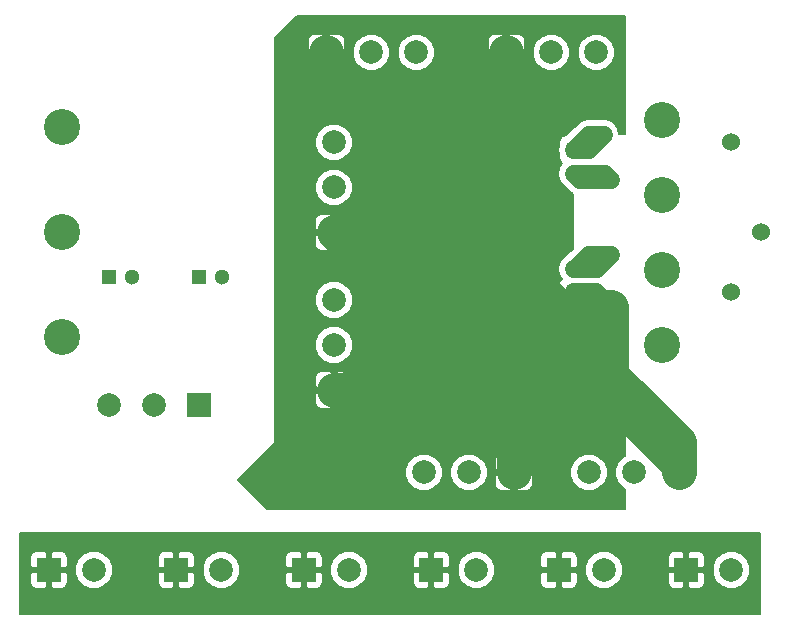
<source format=gbr>
G04 #@! TF.FileFunction,Copper,L3,Inr,Signal*
%FSLAX46Y46*%
G04 Gerber Fmt 4.6, Leading zero omitted, Abs format (unit mm)*
G04 Created by KiCad (PCBNEW (2015-05-27 BZR 5686)-product) date 2015年05月29日 星期五 17时45分10秒*
%MOMM*%
G01*
G04 APERTURE LIST*
%ADD10C,0.100000*%
%ADD11R,1.300000X1.300000*%
%ADD12C,1.300000*%
%ADD13C,2.000000*%
%ADD14R,2.000000X2.000000*%
%ADD15C,1.524000*%
%ADD16C,3.048000*%
%ADD17C,0.600000*%
%ADD18C,1.500000*%
%ADD19C,3.000000*%
%ADD20C,0.152400*%
G04 APERTURE END LIST*
D10*
D11*
X137160000Y-117475000D03*
D12*
X139160000Y-117475000D03*
D11*
X144780000Y-117475000D03*
D12*
X146780000Y-117475000D03*
D11*
X176530000Y-106680000D03*
D12*
X176530000Y-108680000D03*
D11*
X176530000Y-118745000D03*
D12*
X176530000Y-116745000D03*
D13*
X156210000Y-119380000D03*
D14*
X156210000Y-127000000D03*
D13*
X156210000Y-123190000D03*
X163830000Y-133985000D03*
D14*
X171450000Y-133985000D03*
D13*
X167640000Y-133985000D03*
X178435000Y-98425000D03*
D14*
X170815000Y-98425000D03*
D13*
X174625000Y-98425000D03*
X177800000Y-133985000D03*
D14*
X185420000Y-133985000D03*
D13*
X181610000Y-133985000D03*
X156210000Y-106045000D03*
D14*
X156210000Y-113665000D03*
D13*
X156210000Y-109855000D03*
X163195000Y-98425000D03*
D14*
X155575000Y-98425000D03*
D13*
X159385000Y-98425000D03*
X137160000Y-128270000D03*
D14*
X144780000Y-128270000D03*
D13*
X140970000Y-128270000D03*
D14*
X142875000Y-142240000D03*
D13*
X146685000Y-142240000D03*
D14*
X175260000Y-142240000D03*
D13*
X179070000Y-142240000D03*
D14*
X132080000Y-142240000D03*
D13*
X135890000Y-142240000D03*
D14*
X186055000Y-142240000D03*
D13*
X189865000Y-142240000D03*
D14*
X153670000Y-142240000D03*
D13*
X157480000Y-142240000D03*
D14*
X164465000Y-142240000D03*
D13*
X168275000Y-142240000D03*
D15*
X189865000Y-118745000D03*
X192405000Y-113665000D03*
X189865000Y-106045000D03*
D16*
X133223000Y-122555000D03*
X133223000Y-113665000D03*
X133223000Y-104775000D03*
X184023000Y-104140000D03*
X184023000Y-110490000D03*
X184023000Y-116840000D03*
X184023000Y-123190000D03*
D17*
X179070000Y-105410000D03*
X179705000Y-115570000D03*
X179705000Y-109220000D03*
X179705000Y-120015000D03*
D18*
X179070000Y-105410000D02*
X177800000Y-105410000D01*
X177800000Y-105410000D02*
X176530000Y-106680000D01*
X176530000Y-106680000D02*
X177800000Y-106680000D01*
X177800000Y-106680000D02*
X179070000Y-105410000D01*
X176530000Y-108680000D02*
X179165000Y-108680000D01*
X179165000Y-108680000D02*
X179705000Y-109220000D01*
X179705000Y-109220000D02*
X177070000Y-109220000D01*
X177070000Y-109220000D02*
X176530000Y-108680000D01*
X176530000Y-116745000D02*
X176625000Y-116745000D01*
X176625000Y-116745000D02*
X177800000Y-115570000D01*
X177800000Y-115570000D02*
X179705000Y-115570000D01*
X176530000Y-116745000D02*
X178530000Y-116745000D01*
X178530000Y-116745000D02*
X179705000Y-115570000D01*
X179705000Y-120015000D02*
X177800000Y-120015000D01*
X177800000Y-120015000D02*
X176530000Y-118745000D01*
X176530000Y-118745000D02*
X178435000Y-118745000D01*
X178435000Y-118745000D02*
X179705000Y-120015000D01*
D19*
X156210000Y-127000000D02*
X159385000Y-127000000D01*
X159385000Y-127000000D02*
X165735000Y-120650000D01*
X180022500Y-127952500D02*
X175577500Y-123507500D01*
X175577500Y-123507500D02*
X175577500Y-124142500D01*
X175577500Y-124142500D02*
X175895000Y-124460000D01*
X175895000Y-124460000D02*
X175895000Y-123190000D01*
X161925000Y-113665000D02*
X165100000Y-113665000D01*
X165100000Y-113665000D02*
X169545000Y-118110000D01*
X170815000Y-98425000D02*
X170815000Y-99060000D01*
X170815000Y-99060000D02*
X173355000Y-101600000D01*
X173355000Y-101600000D02*
X173355000Y-116840000D01*
X155575000Y-98425000D02*
X155575000Y-100965000D01*
X155575000Y-100965000D02*
X169545000Y-114935000D01*
X169545000Y-114935000D02*
X169545000Y-118110000D01*
X169545000Y-118110000D02*
X169545000Y-118745000D01*
X156210000Y-113665000D02*
X159385000Y-113665000D01*
X159385000Y-113665000D02*
X164465000Y-118745000D01*
X156210000Y-113665000D02*
X161290000Y-118745000D01*
X161290000Y-118745000D02*
X164465000Y-118745000D01*
X164465000Y-118745000D02*
X169545000Y-118745000D01*
X169545000Y-118745000D02*
X170815000Y-117475000D01*
X163830000Y-127000000D02*
X164465000Y-127000000D01*
X164465000Y-127000000D02*
X169545000Y-121920000D01*
X169545000Y-121920000D02*
X169545000Y-123825000D01*
X156210000Y-127000000D02*
X157480000Y-127000000D01*
X157480000Y-127000000D02*
X160020000Y-124460000D01*
X160020000Y-124460000D02*
X164465000Y-124460000D01*
X164465000Y-124460000D02*
X168910000Y-120015000D01*
X185420000Y-133985000D02*
X185420000Y-133350000D01*
X185420000Y-133350000D02*
X180022500Y-127952500D01*
X180022500Y-127952500D02*
X179070000Y-127000000D01*
X179070000Y-127000000D02*
X179070000Y-120015000D01*
X171450000Y-133985000D02*
X171450000Y-127635000D01*
X171450000Y-127635000D02*
X175895000Y-123190000D01*
X175895000Y-123190000D02*
X179070000Y-120015000D01*
X179070000Y-120015000D02*
X179705000Y-120015000D01*
X171450000Y-133985000D02*
X171450000Y-123825000D01*
X171450000Y-123825000D02*
X175260000Y-120015000D01*
X170815000Y-98425000D02*
X170815000Y-117475000D01*
X170815000Y-117475000D02*
X173355000Y-120015000D01*
X173355000Y-120015000D02*
X173990000Y-120015000D01*
X173990000Y-120015000D02*
X173990000Y-119380000D01*
X185420000Y-133985000D02*
X185420000Y-131445000D01*
X185420000Y-131445000D02*
X179705000Y-125730000D01*
X179705000Y-125730000D02*
X179705000Y-120015000D01*
X179705000Y-120015000D02*
X179705000Y-120015000D01*
X171450000Y-133985000D02*
X171450000Y-128270000D01*
X171450000Y-128270000D02*
X179705000Y-120015000D01*
X156210000Y-127000000D02*
X163830000Y-127000000D01*
X163830000Y-127000000D02*
X166370000Y-127000000D01*
X166370000Y-127000000D02*
X169545000Y-123825000D01*
X169545000Y-123825000D02*
X173990000Y-119380000D01*
X173990000Y-119380000D02*
X173355000Y-120015000D01*
X173355000Y-120015000D02*
X174625000Y-120015000D01*
X174625000Y-120015000D02*
X173355000Y-120015000D01*
X156210000Y-113665000D02*
X161925000Y-113665000D01*
X161925000Y-113665000D02*
X162560000Y-113665000D01*
X162560000Y-113665000D02*
X168910000Y-120015000D01*
X168910000Y-120015000D02*
X173355000Y-120015000D01*
X173355000Y-120015000D02*
X175260000Y-120015000D01*
X175260000Y-120015000D02*
X174625000Y-120015000D01*
X155575000Y-98425000D02*
X155575000Y-99060000D01*
X155575000Y-99060000D02*
X173355000Y-116840000D01*
X173355000Y-116840000D02*
X173355000Y-118110000D01*
X179705000Y-120015000D02*
X174625000Y-120015000D01*
X174625000Y-120015000D02*
X175260000Y-120015000D01*
X175260000Y-120015000D02*
X173355000Y-118110000D01*
X173355000Y-118110000D02*
X173355000Y-104775000D01*
X173355000Y-104775000D02*
X170815000Y-102235000D01*
X170815000Y-102235000D02*
X170815000Y-98425000D01*
D20*
G36*
X180898800Y-137083800D02*
X179384474Y-137083800D01*
X179384474Y-133671266D01*
X179143802Y-133088795D01*
X178698549Y-132642764D01*
X178116499Y-132401076D01*
X177486266Y-132400526D01*
X176903795Y-132641198D01*
X176457764Y-133086451D01*
X176352200Y-133340677D01*
X176352200Y-119833150D01*
X176352200Y-118922800D01*
X175441850Y-118922800D01*
X175295800Y-119068850D01*
X175295800Y-119511205D01*
X175384739Y-119725923D01*
X175549078Y-119890261D01*
X175763796Y-119979200D01*
X175996205Y-119979200D01*
X176206150Y-119979200D01*
X176352200Y-119833150D01*
X176352200Y-133340677D01*
X176216076Y-133668501D01*
X176215526Y-134298734D01*
X176456198Y-134881205D01*
X176901451Y-135327236D01*
X177483501Y-135568924D01*
X178113734Y-135569474D01*
X178696205Y-135328802D01*
X179142236Y-134883549D01*
X179383924Y-134301499D01*
X179384474Y-133671266D01*
X179384474Y-137083800D01*
X173034200Y-137083800D01*
X173034200Y-135101204D01*
X173034200Y-134868795D01*
X173034200Y-134308850D01*
X173034200Y-133661150D01*
X173034200Y-133101205D01*
X173034200Y-132868796D01*
X172945261Y-132654078D01*
X172780923Y-132489739D01*
X172566205Y-132400800D01*
X172399200Y-132400800D01*
X172399200Y-99541204D01*
X172399200Y-99308795D01*
X172399200Y-98748850D01*
X172399200Y-98101150D01*
X172399200Y-97541205D01*
X172399200Y-97308796D01*
X172310261Y-97094078D01*
X172145923Y-96929739D01*
X171931205Y-96840800D01*
X171138850Y-96840800D01*
X170992800Y-96986850D01*
X170992800Y-98247200D01*
X172253150Y-98247200D01*
X172399200Y-98101150D01*
X172399200Y-98748850D01*
X172253150Y-98602800D01*
X170992800Y-98602800D01*
X170992800Y-99863150D01*
X171138850Y-100009200D01*
X171931205Y-100009200D01*
X172145923Y-99920261D01*
X172310261Y-99755922D01*
X172399200Y-99541204D01*
X172399200Y-132400800D01*
X171773850Y-132400800D01*
X171627800Y-132546850D01*
X171627800Y-133807200D01*
X172888150Y-133807200D01*
X173034200Y-133661150D01*
X173034200Y-134308850D01*
X172888150Y-134162800D01*
X171627800Y-134162800D01*
X171627800Y-135423150D01*
X171773850Y-135569200D01*
X172566205Y-135569200D01*
X172780923Y-135480261D01*
X172945261Y-135315922D01*
X173034200Y-135101204D01*
X173034200Y-137083800D01*
X171272200Y-137083800D01*
X171272200Y-135423150D01*
X171272200Y-134162800D01*
X171272200Y-133807200D01*
X171272200Y-132546850D01*
X171126150Y-132400800D01*
X170637200Y-132400800D01*
X170637200Y-99863150D01*
X170637200Y-98602800D01*
X170637200Y-98247200D01*
X170637200Y-96986850D01*
X170491150Y-96840800D01*
X169698795Y-96840800D01*
X169484077Y-96929739D01*
X169319739Y-97094078D01*
X169230800Y-97308796D01*
X169230800Y-97541205D01*
X169230800Y-98101150D01*
X169376850Y-98247200D01*
X170637200Y-98247200D01*
X170637200Y-98602800D01*
X169376850Y-98602800D01*
X169230800Y-98748850D01*
X169230800Y-99308795D01*
X169230800Y-99541204D01*
X169319739Y-99755922D01*
X169484077Y-99920261D01*
X169698795Y-100009200D01*
X170491150Y-100009200D01*
X170637200Y-99863150D01*
X170637200Y-132400800D01*
X170333795Y-132400800D01*
X170119077Y-132489739D01*
X169954739Y-132654078D01*
X169865800Y-132868796D01*
X169865800Y-133101205D01*
X169865800Y-133661150D01*
X170011850Y-133807200D01*
X171272200Y-133807200D01*
X171272200Y-134162800D01*
X170011850Y-134162800D01*
X169865800Y-134308850D01*
X169865800Y-134868795D01*
X169865800Y-135101204D01*
X169954739Y-135315922D01*
X170119077Y-135480261D01*
X170333795Y-135569200D01*
X171126150Y-135569200D01*
X171272200Y-135423150D01*
X171272200Y-137083800D01*
X169224474Y-137083800D01*
X169224474Y-133671266D01*
X168983802Y-133088795D01*
X168538549Y-132642764D01*
X167956499Y-132401076D01*
X167326266Y-132400526D01*
X166743795Y-132641198D01*
X166297764Y-133086451D01*
X166056076Y-133668501D01*
X166055526Y-134298734D01*
X166296198Y-134881205D01*
X166741451Y-135327236D01*
X167323501Y-135568924D01*
X167953734Y-135569474D01*
X168536205Y-135328802D01*
X168982236Y-134883549D01*
X169223924Y-134301499D01*
X169224474Y-133671266D01*
X169224474Y-137083800D01*
X165414474Y-137083800D01*
X165414474Y-133671266D01*
X165173802Y-133088795D01*
X164779474Y-132693777D01*
X164779474Y-98111266D01*
X164538802Y-97528795D01*
X164093549Y-97082764D01*
X163511499Y-96841076D01*
X162881266Y-96840526D01*
X162298795Y-97081198D01*
X161852764Y-97526451D01*
X161611076Y-98108501D01*
X161610526Y-98738734D01*
X161851198Y-99321205D01*
X162296451Y-99767236D01*
X162878501Y-100008924D01*
X163508734Y-100009474D01*
X164091205Y-99768802D01*
X164537236Y-99323549D01*
X164778924Y-98741499D01*
X164779474Y-98111266D01*
X164779474Y-132693777D01*
X164728549Y-132642764D01*
X164146499Y-132401076D01*
X163516266Y-132400526D01*
X162933795Y-132641198D01*
X162487764Y-133086451D01*
X162246076Y-133668501D01*
X162245526Y-134298734D01*
X162486198Y-134881205D01*
X162931451Y-135327236D01*
X163513501Y-135568924D01*
X164143734Y-135569474D01*
X164726205Y-135328802D01*
X165172236Y-134883549D01*
X165413924Y-134301499D01*
X165414474Y-133671266D01*
X165414474Y-137083800D01*
X160969474Y-137083800D01*
X160969474Y-98111266D01*
X160728802Y-97528795D01*
X160283549Y-97082764D01*
X159701499Y-96841076D01*
X159071266Y-96840526D01*
X158488795Y-97081198D01*
X158042764Y-97526451D01*
X157801076Y-98108501D01*
X157800526Y-98738734D01*
X158041198Y-99321205D01*
X158486451Y-99767236D01*
X159068501Y-100008924D01*
X159698734Y-100009474D01*
X160281205Y-99768802D01*
X160727236Y-99323549D01*
X160968924Y-98741499D01*
X160969474Y-98111266D01*
X160969474Y-137083800D01*
X157794474Y-137083800D01*
X157794474Y-122876266D01*
X157794474Y-119066266D01*
X157794474Y-109541266D01*
X157794474Y-105731266D01*
X157553802Y-105148795D01*
X157159200Y-104753503D01*
X157159200Y-99541204D01*
X157159200Y-99308795D01*
X157159200Y-98748850D01*
X157159200Y-98101150D01*
X157159200Y-97541205D01*
X157159200Y-97308796D01*
X157070261Y-97094078D01*
X156905923Y-96929739D01*
X156691205Y-96840800D01*
X155898850Y-96840800D01*
X155752800Y-96986850D01*
X155752800Y-98247200D01*
X157013150Y-98247200D01*
X157159200Y-98101150D01*
X157159200Y-98748850D01*
X157013150Y-98602800D01*
X155752800Y-98602800D01*
X155752800Y-99863150D01*
X155898850Y-100009200D01*
X156691205Y-100009200D01*
X156905923Y-99920261D01*
X157070261Y-99755922D01*
X157159200Y-99541204D01*
X157159200Y-104753503D01*
X157108549Y-104702764D01*
X156526499Y-104461076D01*
X155896266Y-104460526D01*
X155397200Y-104666735D01*
X155397200Y-99863150D01*
X155397200Y-98602800D01*
X155397200Y-98247200D01*
X155397200Y-96986850D01*
X155251150Y-96840800D01*
X154458795Y-96840800D01*
X154244077Y-96929739D01*
X154079739Y-97094078D01*
X153990800Y-97308796D01*
X153990800Y-97541205D01*
X153990800Y-98101150D01*
X154136850Y-98247200D01*
X155397200Y-98247200D01*
X155397200Y-98602800D01*
X154136850Y-98602800D01*
X153990800Y-98748850D01*
X153990800Y-99308795D01*
X153990800Y-99541204D01*
X154079739Y-99755922D01*
X154244077Y-99920261D01*
X154458795Y-100009200D01*
X155251150Y-100009200D01*
X155397200Y-99863150D01*
X155397200Y-104666735D01*
X155313795Y-104701198D01*
X154867764Y-105146451D01*
X154626076Y-105728501D01*
X154625526Y-106358734D01*
X154866198Y-106941205D01*
X155311451Y-107387236D01*
X155893501Y-107628924D01*
X156523734Y-107629474D01*
X157106205Y-107388802D01*
X157552236Y-106943549D01*
X157793924Y-106361499D01*
X157794474Y-105731266D01*
X157794474Y-109541266D01*
X157553802Y-108958795D01*
X157108549Y-108512764D01*
X156526499Y-108271076D01*
X155896266Y-108270526D01*
X155313795Y-108511198D01*
X154867764Y-108956451D01*
X154626076Y-109538501D01*
X154625526Y-110168734D01*
X154866198Y-110751205D01*
X155311451Y-111197236D01*
X155893501Y-111438924D01*
X156523734Y-111439474D01*
X157106205Y-111198802D01*
X157552236Y-110753549D01*
X157793924Y-110171499D01*
X157794474Y-109541266D01*
X157794474Y-119066266D01*
X157794200Y-119065602D01*
X157794200Y-114781205D01*
X157794200Y-113988850D01*
X157794200Y-113341150D01*
X157794200Y-112548795D01*
X157705261Y-112334077D01*
X157540922Y-112169739D01*
X157326204Y-112080800D01*
X157093795Y-112080800D01*
X156533850Y-112080800D01*
X156387800Y-112226850D01*
X156387800Y-113487200D01*
X157648150Y-113487200D01*
X157794200Y-113341150D01*
X157794200Y-113988850D01*
X157648150Y-113842800D01*
X156387800Y-113842800D01*
X156387800Y-115103150D01*
X156533850Y-115249200D01*
X157093795Y-115249200D01*
X157326204Y-115249200D01*
X157540922Y-115160261D01*
X157705261Y-114995923D01*
X157794200Y-114781205D01*
X157794200Y-119065602D01*
X157553802Y-118483795D01*
X157108549Y-118037764D01*
X156526499Y-117796076D01*
X156032200Y-117795644D01*
X156032200Y-115103150D01*
X156032200Y-113842800D01*
X156032200Y-113487200D01*
X156032200Y-112226850D01*
X155886150Y-112080800D01*
X155326205Y-112080800D01*
X155093796Y-112080800D01*
X154879078Y-112169739D01*
X154714739Y-112334077D01*
X154625800Y-112548795D01*
X154625800Y-113341150D01*
X154771850Y-113487200D01*
X156032200Y-113487200D01*
X156032200Y-113842800D01*
X154771850Y-113842800D01*
X154625800Y-113988850D01*
X154625800Y-114781205D01*
X154714739Y-114995923D01*
X154879078Y-115160261D01*
X155093796Y-115249200D01*
X155326205Y-115249200D01*
X155886150Y-115249200D01*
X156032200Y-115103150D01*
X156032200Y-117795644D01*
X155896266Y-117795526D01*
X155313795Y-118036198D01*
X154867764Y-118481451D01*
X154626076Y-119063501D01*
X154625526Y-119693734D01*
X154866198Y-120276205D01*
X155311451Y-120722236D01*
X155893501Y-120963924D01*
X156523734Y-120964474D01*
X157106205Y-120723802D01*
X157552236Y-120278549D01*
X157793924Y-119696499D01*
X157794474Y-119066266D01*
X157794474Y-122876266D01*
X157553802Y-122293795D01*
X157108549Y-121847764D01*
X156526499Y-121606076D01*
X155896266Y-121605526D01*
X155313795Y-121846198D01*
X154867764Y-122291451D01*
X154626076Y-122873501D01*
X154625526Y-123503734D01*
X154866198Y-124086205D01*
X155311451Y-124532236D01*
X155893501Y-124773924D01*
X156523734Y-124774474D01*
X157106205Y-124533802D01*
X157552236Y-124088549D01*
X157793924Y-123506499D01*
X157794474Y-122876266D01*
X157794474Y-137083800D01*
X157794200Y-137083800D01*
X157794200Y-128116205D01*
X157794200Y-127323850D01*
X157794200Y-126676150D01*
X157794200Y-125883795D01*
X157705261Y-125669077D01*
X157540922Y-125504739D01*
X157326204Y-125415800D01*
X157093795Y-125415800D01*
X156533850Y-125415800D01*
X156387800Y-125561850D01*
X156387800Y-126822200D01*
X157648150Y-126822200D01*
X157794200Y-126676150D01*
X157794200Y-127323850D01*
X157648150Y-127177800D01*
X156387800Y-127177800D01*
X156387800Y-128438150D01*
X156533850Y-128584200D01*
X157093795Y-128584200D01*
X157326204Y-128584200D01*
X157540922Y-128495261D01*
X157705261Y-128330923D01*
X157794200Y-128116205D01*
X157794200Y-137083800D01*
X156032200Y-137083800D01*
X156032200Y-128438150D01*
X156032200Y-127177800D01*
X156032200Y-126822200D01*
X156032200Y-125561850D01*
X155886150Y-125415800D01*
X155326205Y-125415800D01*
X155093796Y-125415800D01*
X154879078Y-125504739D01*
X154714739Y-125669077D01*
X154625800Y-125883795D01*
X154625800Y-126676150D01*
X154771850Y-126822200D01*
X156032200Y-126822200D01*
X156032200Y-127177800D01*
X154771850Y-127177800D01*
X154625800Y-127323850D01*
X154625800Y-128116205D01*
X154714739Y-128330923D01*
X154879078Y-128495261D01*
X155093796Y-128584200D01*
X155326205Y-128584200D01*
X155886150Y-128584200D01*
X156032200Y-128438150D01*
X156032200Y-137083800D01*
X150526563Y-137083800D01*
X148062763Y-134620000D01*
X151206200Y-131476563D01*
X151206200Y-97186563D01*
X153066563Y-95326200D01*
X180898800Y-95326200D01*
X180898800Y-105333800D01*
X180389042Y-105333800D01*
X180302640Y-104899424D01*
X180019474Y-104475635D01*
X180019474Y-98111266D01*
X179778802Y-97528795D01*
X179333549Y-97082764D01*
X178751499Y-96841076D01*
X178121266Y-96840526D01*
X177538795Y-97081198D01*
X177092764Y-97526451D01*
X176851076Y-98108501D01*
X176850526Y-98738734D01*
X177091198Y-99321205D01*
X177536451Y-99767236D01*
X178118501Y-100008924D01*
X178748734Y-100009474D01*
X179331205Y-99768802D01*
X179777236Y-99323549D01*
X180018924Y-98741499D01*
X180019474Y-98111266D01*
X180019474Y-104475635D01*
X180013422Y-104466578D01*
X179580576Y-104177360D01*
X179070000Y-104075800D01*
X177800000Y-104075800D01*
X177289423Y-104177360D01*
X176856578Y-104466578D01*
X176209474Y-105113682D01*
X176209474Y-98111266D01*
X175968802Y-97528795D01*
X175523549Y-97082764D01*
X174941499Y-96841076D01*
X174311266Y-96840526D01*
X173728795Y-97081198D01*
X173282764Y-97526451D01*
X173041076Y-98108501D01*
X173040526Y-98738734D01*
X173281198Y-99321205D01*
X173726451Y-99767236D01*
X174308501Y-100008924D01*
X174938734Y-100009474D01*
X175521205Y-99768802D01*
X175967236Y-99323549D01*
X176208924Y-98741499D01*
X176209474Y-98111266D01*
X176209474Y-105113682D01*
X175888801Y-105434355D01*
X175880000Y-105434355D01*
X175657247Y-105477574D01*
X175461467Y-105606180D01*
X175330414Y-105800331D01*
X175284355Y-106030000D01*
X175284355Y-106234804D01*
X175195800Y-106680000D01*
X175284355Y-107125195D01*
X175284355Y-107330000D01*
X175327574Y-107552753D01*
X175456180Y-107748533D01*
X175540541Y-107805477D01*
X175297360Y-108169424D01*
X175195800Y-108680000D01*
X175297360Y-109190576D01*
X175586578Y-109623422D01*
X176126578Y-110163422D01*
X176453800Y-110382064D01*
X176453800Y-115029356D01*
X175872875Y-115610280D01*
X175586578Y-115801578D01*
X175297360Y-116234424D01*
X175195800Y-116745000D01*
X175297360Y-117255576D01*
X175536036Y-117612780D01*
X175384739Y-117764077D01*
X175295800Y-117978795D01*
X175295800Y-118421150D01*
X175441850Y-118567200D01*
X176352200Y-118567200D01*
X176352200Y-118547200D01*
X176453800Y-118547200D01*
X176453800Y-118776563D01*
X176707800Y-119030563D01*
X176707800Y-119833150D01*
X176853850Y-119979200D01*
X177063795Y-119979200D01*
X177296204Y-119979200D01*
X177510922Y-119890261D01*
X177539210Y-119861973D01*
X177768437Y-120091200D01*
X180898800Y-120091200D01*
X180898800Y-132564755D01*
X180713795Y-132641198D01*
X180267764Y-133086451D01*
X180026076Y-133668501D01*
X180025526Y-134298734D01*
X180266198Y-134881205D01*
X180711451Y-135327236D01*
X180898800Y-135405030D01*
X180898800Y-137083800D01*
X180898800Y-137083800D01*
G37*
X180898800Y-137083800D02*
X179384474Y-137083800D01*
X179384474Y-133671266D01*
X179143802Y-133088795D01*
X178698549Y-132642764D01*
X178116499Y-132401076D01*
X177486266Y-132400526D01*
X176903795Y-132641198D01*
X176457764Y-133086451D01*
X176352200Y-133340677D01*
X176352200Y-119833150D01*
X176352200Y-118922800D01*
X175441850Y-118922800D01*
X175295800Y-119068850D01*
X175295800Y-119511205D01*
X175384739Y-119725923D01*
X175549078Y-119890261D01*
X175763796Y-119979200D01*
X175996205Y-119979200D01*
X176206150Y-119979200D01*
X176352200Y-119833150D01*
X176352200Y-133340677D01*
X176216076Y-133668501D01*
X176215526Y-134298734D01*
X176456198Y-134881205D01*
X176901451Y-135327236D01*
X177483501Y-135568924D01*
X178113734Y-135569474D01*
X178696205Y-135328802D01*
X179142236Y-134883549D01*
X179383924Y-134301499D01*
X179384474Y-133671266D01*
X179384474Y-137083800D01*
X173034200Y-137083800D01*
X173034200Y-135101204D01*
X173034200Y-134868795D01*
X173034200Y-134308850D01*
X173034200Y-133661150D01*
X173034200Y-133101205D01*
X173034200Y-132868796D01*
X172945261Y-132654078D01*
X172780923Y-132489739D01*
X172566205Y-132400800D01*
X172399200Y-132400800D01*
X172399200Y-99541204D01*
X172399200Y-99308795D01*
X172399200Y-98748850D01*
X172399200Y-98101150D01*
X172399200Y-97541205D01*
X172399200Y-97308796D01*
X172310261Y-97094078D01*
X172145923Y-96929739D01*
X171931205Y-96840800D01*
X171138850Y-96840800D01*
X170992800Y-96986850D01*
X170992800Y-98247200D01*
X172253150Y-98247200D01*
X172399200Y-98101150D01*
X172399200Y-98748850D01*
X172253150Y-98602800D01*
X170992800Y-98602800D01*
X170992800Y-99863150D01*
X171138850Y-100009200D01*
X171931205Y-100009200D01*
X172145923Y-99920261D01*
X172310261Y-99755922D01*
X172399200Y-99541204D01*
X172399200Y-132400800D01*
X171773850Y-132400800D01*
X171627800Y-132546850D01*
X171627800Y-133807200D01*
X172888150Y-133807200D01*
X173034200Y-133661150D01*
X173034200Y-134308850D01*
X172888150Y-134162800D01*
X171627800Y-134162800D01*
X171627800Y-135423150D01*
X171773850Y-135569200D01*
X172566205Y-135569200D01*
X172780923Y-135480261D01*
X172945261Y-135315922D01*
X173034200Y-135101204D01*
X173034200Y-137083800D01*
X171272200Y-137083800D01*
X171272200Y-135423150D01*
X171272200Y-134162800D01*
X171272200Y-133807200D01*
X171272200Y-132546850D01*
X171126150Y-132400800D01*
X170637200Y-132400800D01*
X170637200Y-99863150D01*
X170637200Y-98602800D01*
X170637200Y-98247200D01*
X170637200Y-96986850D01*
X170491150Y-96840800D01*
X169698795Y-96840800D01*
X169484077Y-96929739D01*
X169319739Y-97094078D01*
X169230800Y-97308796D01*
X169230800Y-97541205D01*
X169230800Y-98101150D01*
X169376850Y-98247200D01*
X170637200Y-98247200D01*
X170637200Y-98602800D01*
X169376850Y-98602800D01*
X169230800Y-98748850D01*
X169230800Y-99308795D01*
X169230800Y-99541204D01*
X169319739Y-99755922D01*
X169484077Y-99920261D01*
X169698795Y-100009200D01*
X170491150Y-100009200D01*
X170637200Y-99863150D01*
X170637200Y-132400800D01*
X170333795Y-132400800D01*
X170119077Y-132489739D01*
X169954739Y-132654078D01*
X169865800Y-132868796D01*
X169865800Y-133101205D01*
X169865800Y-133661150D01*
X170011850Y-133807200D01*
X171272200Y-133807200D01*
X171272200Y-134162800D01*
X170011850Y-134162800D01*
X169865800Y-134308850D01*
X169865800Y-134868795D01*
X169865800Y-135101204D01*
X169954739Y-135315922D01*
X170119077Y-135480261D01*
X170333795Y-135569200D01*
X171126150Y-135569200D01*
X171272200Y-135423150D01*
X171272200Y-137083800D01*
X169224474Y-137083800D01*
X169224474Y-133671266D01*
X168983802Y-133088795D01*
X168538549Y-132642764D01*
X167956499Y-132401076D01*
X167326266Y-132400526D01*
X166743795Y-132641198D01*
X166297764Y-133086451D01*
X166056076Y-133668501D01*
X166055526Y-134298734D01*
X166296198Y-134881205D01*
X166741451Y-135327236D01*
X167323501Y-135568924D01*
X167953734Y-135569474D01*
X168536205Y-135328802D01*
X168982236Y-134883549D01*
X169223924Y-134301499D01*
X169224474Y-133671266D01*
X169224474Y-137083800D01*
X165414474Y-137083800D01*
X165414474Y-133671266D01*
X165173802Y-133088795D01*
X164779474Y-132693777D01*
X164779474Y-98111266D01*
X164538802Y-97528795D01*
X164093549Y-97082764D01*
X163511499Y-96841076D01*
X162881266Y-96840526D01*
X162298795Y-97081198D01*
X161852764Y-97526451D01*
X161611076Y-98108501D01*
X161610526Y-98738734D01*
X161851198Y-99321205D01*
X162296451Y-99767236D01*
X162878501Y-100008924D01*
X163508734Y-100009474D01*
X164091205Y-99768802D01*
X164537236Y-99323549D01*
X164778924Y-98741499D01*
X164779474Y-98111266D01*
X164779474Y-132693777D01*
X164728549Y-132642764D01*
X164146499Y-132401076D01*
X163516266Y-132400526D01*
X162933795Y-132641198D01*
X162487764Y-133086451D01*
X162246076Y-133668501D01*
X162245526Y-134298734D01*
X162486198Y-134881205D01*
X162931451Y-135327236D01*
X163513501Y-135568924D01*
X164143734Y-135569474D01*
X164726205Y-135328802D01*
X165172236Y-134883549D01*
X165413924Y-134301499D01*
X165414474Y-133671266D01*
X165414474Y-137083800D01*
X160969474Y-137083800D01*
X160969474Y-98111266D01*
X160728802Y-97528795D01*
X160283549Y-97082764D01*
X159701499Y-96841076D01*
X159071266Y-96840526D01*
X158488795Y-97081198D01*
X158042764Y-97526451D01*
X157801076Y-98108501D01*
X157800526Y-98738734D01*
X158041198Y-99321205D01*
X158486451Y-99767236D01*
X159068501Y-100008924D01*
X159698734Y-100009474D01*
X160281205Y-99768802D01*
X160727236Y-99323549D01*
X160968924Y-98741499D01*
X160969474Y-98111266D01*
X160969474Y-137083800D01*
X157794474Y-137083800D01*
X157794474Y-122876266D01*
X157794474Y-119066266D01*
X157794474Y-109541266D01*
X157794474Y-105731266D01*
X157553802Y-105148795D01*
X157159200Y-104753503D01*
X157159200Y-99541204D01*
X157159200Y-99308795D01*
X157159200Y-98748850D01*
X157159200Y-98101150D01*
X157159200Y-97541205D01*
X157159200Y-97308796D01*
X157070261Y-97094078D01*
X156905923Y-96929739D01*
X156691205Y-96840800D01*
X155898850Y-96840800D01*
X155752800Y-96986850D01*
X155752800Y-98247200D01*
X157013150Y-98247200D01*
X157159200Y-98101150D01*
X157159200Y-98748850D01*
X157013150Y-98602800D01*
X155752800Y-98602800D01*
X155752800Y-99863150D01*
X155898850Y-100009200D01*
X156691205Y-100009200D01*
X156905923Y-99920261D01*
X157070261Y-99755922D01*
X157159200Y-99541204D01*
X157159200Y-104753503D01*
X157108549Y-104702764D01*
X156526499Y-104461076D01*
X155896266Y-104460526D01*
X155397200Y-104666735D01*
X155397200Y-99863150D01*
X155397200Y-98602800D01*
X155397200Y-98247200D01*
X155397200Y-96986850D01*
X155251150Y-96840800D01*
X154458795Y-96840800D01*
X154244077Y-96929739D01*
X154079739Y-97094078D01*
X153990800Y-97308796D01*
X153990800Y-97541205D01*
X153990800Y-98101150D01*
X154136850Y-98247200D01*
X155397200Y-98247200D01*
X155397200Y-98602800D01*
X154136850Y-98602800D01*
X153990800Y-98748850D01*
X153990800Y-99308795D01*
X153990800Y-99541204D01*
X154079739Y-99755922D01*
X154244077Y-99920261D01*
X154458795Y-100009200D01*
X155251150Y-100009200D01*
X155397200Y-99863150D01*
X155397200Y-104666735D01*
X155313795Y-104701198D01*
X154867764Y-105146451D01*
X154626076Y-105728501D01*
X154625526Y-106358734D01*
X154866198Y-106941205D01*
X155311451Y-107387236D01*
X155893501Y-107628924D01*
X156523734Y-107629474D01*
X157106205Y-107388802D01*
X157552236Y-106943549D01*
X157793924Y-106361499D01*
X157794474Y-105731266D01*
X157794474Y-109541266D01*
X157553802Y-108958795D01*
X157108549Y-108512764D01*
X156526499Y-108271076D01*
X155896266Y-108270526D01*
X155313795Y-108511198D01*
X154867764Y-108956451D01*
X154626076Y-109538501D01*
X154625526Y-110168734D01*
X154866198Y-110751205D01*
X155311451Y-111197236D01*
X155893501Y-111438924D01*
X156523734Y-111439474D01*
X157106205Y-111198802D01*
X157552236Y-110753549D01*
X157793924Y-110171499D01*
X157794474Y-109541266D01*
X157794474Y-119066266D01*
X157794200Y-119065602D01*
X157794200Y-114781205D01*
X157794200Y-113988850D01*
X157794200Y-113341150D01*
X157794200Y-112548795D01*
X157705261Y-112334077D01*
X157540922Y-112169739D01*
X157326204Y-112080800D01*
X157093795Y-112080800D01*
X156533850Y-112080800D01*
X156387800Y-112226850D01*
X156387800Y-113487200D01*
X157648150Y-113487200D01*
X157794200Y-113341150D01*
X157794200Y-113988850D01*
X157648150Y-113842800D01*
X156387800Y-113842800D01*
X156387800Y-115103150D01*
X156533850Y-115249200D01*
X157093795Y-115249200D01*
X157326204Y-115249200D01*
X157540922Y-115160261D01*
X157705261Y-114995923D01*
X157794200Y-114781205D01*
X157794200Y-119065602D01*
X157553802Y-118483795D01*
X157108549Y-118037764D01*
X156526499Y-117796076D01*
X156032200Y-117795644D01*
X156032200Y-115103150D01*
X156032200Y-113842800D01*
X156032200Y-113487200D01*
X156032200Y-112226850D01*
X155886150Y-112080800D01*
X155326205Y-112080800D01*
X155093796Y-112080800D01*
X154879078Y-112169739D01*
X154714739Y-112334077D01*
X154625800Y-112548795D01*
X154625800Y-113341150D01*
X154771850Y-113487200D01*
X156032200Y-113487200D01*
X156032200Y-113842800D01*
X154771850Y-113842800D01*
X154625800Y-113988850D01*
X154625800Y-114781205D01*
X154714739Y-114995923D01*
X154879078Y-115160261D01*
X155093796Y-115249200D01*
X155326205Y-115249200D01*
X155886150Y-115249200D01*
X156032200Y-115103150D01*
X156032200Y-117795644D01*
X155896266Y-117795526D01*
X155313795Y-118036198D01*
X154867764Y-118481451D01*
X154626076Y-119063501D01*
X154625526Y-119693734D01*
X154866198Y-120276205D01*
X155311451Y-120722236D01*
X155893501Y-120963924D01*
X156523734Y-120964474D01*
X157106205Y-120723802D01*
X157552236Y-120278549D01*
X157793924Y-119696499D01*
X157794474Y-119066266D01*
X157794474Y-122876266D01*
X157553802Y-122293795D01*
X157108549Y-121847764D01*
X156526499Y-121606076D01*
X155896266Y-121605526D01*
X155313795Y-121846198D01*
X154867764Y-122291451D01*
X154626076Y-122873501D01*
X154625526Y-123503734D01*
X154866198Y-124086205D01*
X155311451Y-124532236D01*
X155893501Y-124773924D01*
X156523734Y-124774474D01*
X157106205Y-124533802D01*
X157552236Y-124088549D01*
X157793924Y-123506499D01*
X157794474Y-122876266D01*
X157794474Y-137083800D01*
X157794200Y-137083800D01*
X157794200Y-128116205D01*
X157794200Y-127323850D01*
X157794200Y-126676150D01*
X157794200Y-125883795D01*
X157705261Y-125669077D01*
X157540922Y-125504739D01*
X157326204Y-125415800D01*
X157093795Y-125415800D01*
X156533850Y-125415800D01*
X156387800Y-125561850D01*
X156387800Y-126822200D01*
X157648150Y-126822200D01*
X157794200Y-126676150D01*
X157794200Y-127323850D01*
X157648150Y-127177800D01*
X156387800Y-127177800D01*
X156387800Y-128438150D01*
X156533850Y-128584200D01*
X157093795Y-128584200D01*
X157326204Y-128584200D01*
X157540922Y-128495261D01*
X157705261Y-128330923D01*
X157794200Y-128116205D01*
X157794200Y-137083800D01*
X156032200Y-137083800D01*
X156032200Y-128438150D01*
X156032200Y-127177800D01*
X156032200Y-126822200D01*
X156032200Y-125561850D01*
X155886150Y-125415800D01*
X155326205Y-125415800D01*
X155093796Y-125415800D01*
X154879078Y-125504739D01*
X154714739Y-125669077D01*
X154625800Y-125883795D01*
X154625800Y-126676150D01*
X154771850Y-126822200D01*
X156032200Y-126822200D01*
X156032200Y-127177800D01*
X154771850Y-127177800D01*
X154625800Y-127323850D01*
X154625800Y-128116205D01*
X154714739Y-128330923D01*
X154879078Y-128495261D01*
X155093796Y-128584200D01*
X155326205Y-128584200D01*
X155886150Y-128584200D01*
X156032200Y-128438150D01*
X156032200Y-137083800D01*
X150526563Y-137083800D01*
X148062763Y-134620000D01*
X151206200Y-131476563D01*
X151206200Y-97186563D01*
X153066563Y-95326200D01*
X180898800Y-95326200D01*
X180898800Y-105333800D01*
X180389042Y-105333800D01*
X180302640Y-104899424D01*
X180019474Y-104475635D01*
X180019474Y-98111266D01*
X179778802Y-97528795D01*
X179333549Y-97082764D01*
X178751499Y-96841076D01*
X178121266Y-96840526D01*
X177538795Y-97081198D01*
X177092764Y-97526451D01*
X176851076Y-98108501D01*
X176850526Y-98738734D01*
X177091198Y-99321205D01*
X177536451Y-99767236D01*
X178118501Y-100008924D01*
X178748734Y-100009474D01*
X179331205Y-99768802D01*
X179777236Y-99323549D01*
X180018924Y-98741499D01*
X180019474Y-98111266D01*
X180019474Y-104475635D01*
X180013422Y-104466578D01*
X179580576Y-104177360D01*
X179070000Y-104075800D01*
X177800000Y-104075800D01*
X177289423Y-104177360D01*
X176856578Y-104466578D01*
X176209474Y-105113682D01*
X176209474Y-98111266D01*
X175968802Y-97528795D01*
X175523549Y-97082764D01*
X174941499Y-96841076D01*
X174311266Y-96840526D01*
X173728795Y-97081198D01*
X173282764Y-97526451D01*
X173041076Y-98108501D01*
X173040526Y-98738734D01*
X173281198Y-99321205D01*
X173726451Y-99767236D01*
X174308501Y-100008924D01*
X174938734Y-100009474D01*
X175521205Y-99768802D01*
X175967236Y-99323549D01*
X176208924Y-98741499D01*
X176209474Y-98111266D01*
X176209474Y-105113682D01*
X175888801Y-105434355D01*
X175880000Y-105434355D01*
X175657247Y-105477574D01*
X175461467Y-105606180D01*
X175330414Y-105800331D01*
X175284355Y-106030000D01*
X175284355Y-106234804D01*
X175195800Y-106680000D01*
X175284355Y-107125195D01*
X175284355Y-107330000D01*
X175327574Y-107552753D01*
X175456180Y-107748533D01*
X175540541Y-107805477D01*
X175297360Y-108169424D01*
X175195800Y-108680000D01*
X175297360Y-109190576D01*
X175586578Y-109623422D01*
X176126578Y-110163422D01*
X176453800Y-110382064D01*
X176453800Y-115029356D01*
X175872875Y-115610280D01*
X175586578Y-115801578D01*
X175297360Y-116234424D01*
X175195800Y-116745000D01*
X175297360Y-117255576D01*
X175536036Y-117612780D01*
X175384739Y-117764077D01*
X175295800Y-117978795D01*
X175295800Y-118421150D01*
X175441850Y-118567200D01*
X176352200Y-118567200D01*
X176352200Y-118547200D01*
X176453800Y-118547200D01*
X176453800Y-118776563D01*
X176707800Y-119030563D01*
X176707800Y-119833150D01*
X176853850Y-119979200D01*
X177063795Y-119979200D01*
X177296204Y-119979200D01*
X177510922Y-119890261D01*
X177539210Y-119861973D01*
X177768437Y-120091200D01*
X180898800Y-120091200D01*
X180898800Y-132564755D01*
X180713795Y-132641198D01*
X180267764Y-133086451D01*
X180026076Y-133668501D01*
X180025526Y-134298734D01*
X180266198Y-134881205D01*
X180711451Y-135327236D01*
X180898800Y-135405030D01*
X180898800Y-137083800D01*
G36*
X192328800Y-145973800D02*
X191449474Y-145973800D01*
X191449474Y-141926266D01*
X191208802Y-141343795D01*
X190763549Y-140897764D01*
X190181499Y-140656076D01*
X189551266Y-140655526D01*
X188968795Y-140896198D01*
X188522764Y-141341451D01*
X188281076Y-141923501D01*
X188280526Y-142553734D01*
X188521198Y-143136205D01*
X188966451Y-143582236D01*
X189548501Y-143823924D01*
X190178734Y-143824474D01*
X190761205Y-143583802D01*
X191207236Y-143138549D01*
X191448924Y-142556499D01*
X191449474Y-141926266D01*
X191449474Y-145973800D01*
X187639200Y-145973800D01*
X187639200Y-143356204D01*
X187639200Y-143123795D01*
X187639200Y-142563850D01*
X187639200Y-141916150D01*
X187639200Y-141356205D01*
X187639200Y-141123796D01*
X187550261Y-140909078D01*
X187385923Y-140744739D01*
X187171205Y-140655800D01*
X186378850Y-140655800D01*
X186232800Y-140801850D01*
X186232800Y-142062200D01*
X187493150Y-142062200D01*
X187639200Y-141916150D01*
X187639200Y-142563850D01*
X187493150Y-142417800D01*
X186232800Y-142417800D01*
X186232800Y-143678150D01*
X186378850Y-143824200D01*
X187171205Y-143824200D01*
X187385923Y-143735261D01*
X187550261Y-143570922D01*
X187639200Y-143356204D01*
X187639200Y-145973800D01*
X185877200Y-145973800D01*
X185877200Y-143678150D01*
X185877200Y-142417800D01*
X185877200Y-142062200D01*
X185877200Y-140801850D01*
X185731150Y-140655800D01*
X184938795Y-140655800D01*
X184724077Y-140744739D01*
X184559739Y-140909078D01*
X184470800Y-141123796D01*
X184470800Y-141356205D01*
X184470800Y-141916150D01*
X184616850Y-142062200D01*
X185877200Y-142062200D01*
X185877200Y-142417800D01*
X184616850Y-142417800D01*
X184470800Y-142563850D01*
X184470800Y-143123795D01*
X184470800Y-143356204D01*
X184559739Y-143570922D01*
X184724077Y-143735261D01*
X184938795Y-143824200D01*
X185731150Y-143824200D01*
X185877200Y-143678150D01*
X185877200Y-145973800D01*
X180654474Y-145973800D01*
X180654474Y-141926266D01*
X180413802Y-141343795D01*
X179968549Y-140897764D01*
X179386499Y-140656076D01*
X178756266Y-140655526D01*
X178173795Y-140896198D01*
X177727764Y-141341451D01*
X177486076Y-141923501D01*
X177485526Y-142553734D01*
X177726198Y-143136205D01*
X178171451Y-143582236D01*
X178753501Y-143823924D01*
X179383734Y-143824474D01*
X179966205Y-143583802D01*
X180412236Y-143138549D01*
X180653924Y-142556499D01*
X180654474Y-141926266D01*
X180654474Y-145973800D01*
X176844200Y-145973800D01*
X176844200Y-143356204D01*
X176844200Y-143123795D01*
X176844200Y-142563850D01*
X176844200Y-141916150D01*
X176844200Y-141356205D01*
X176844200Y-141123796D01*
X176755261Y-140909078D01*
X176590923Y-140744739D01*
X176376205Y-140655800D01*
X175583850Y-140655800D01*
X175437800Y-140801850D01*
X175437800Y-142062200D01*
X176698150Y-142062200D01*
X176844200Y-141916150D01*
X176844200Y-142563850D01*
X176698150Y-142417800D01*
X175437800Y-142417800D01*
X175437800Y-143678150D01*
X175583850Y-143824200D01*
X176376205Y-143824200D01*
X176590923Y-143735261D01*
X176755261Y-143570922D01*
X176844200Y-143356204D01*
X176844200Y-145973800D01*
X175082200Y-145973800D01*
X175082200Y-143678150D01*
X175082200Y-142417800D01*
X175082200Y-142062200D01*
X175082200Y-140801850D01*
X174936150Y-140655800D01*
X174143795Y-140655800D01*
X173929077Y-140744739D01*
X173764739Y-140909078D01*
X173675800Y-141123796D01*
X173675800Y-141356205D01*
X173675800Y-141916150D01*
X173821850Y-142062200D01*
X175082200Y-142062200D01*
X175082200Y-142417800D01*
X173821850Y-142417800D01*
X173675800Y-142563850D01*
X173675800Y-143123795D01*
X173675800Y-143356204D01*
X173764739Y-143570922D01*
X173929077Y-143735261D01*
X174143795Y-143824200D01*
X174936150Y-143824200D01*
X175082200Y-143678150D01*
X175082200Y-145973800D01*
X169859474Y-145973800D01*
X169859474Y-141926266D01*
X169618802Y-141343795D01*
X169173549Y-140897764D01*
X168591499Y-140656076D01*
X167961266Y-140655526D01*
X167378795Y-140896198D01*
X166932764Y-141341451D01*
X166691076Y-141923501D01*
X166690526Y-142553734D01*
X166931198Y-143136205D01*
X167376451Y-143582236D01*
X167958501Y-143823924D01*
X168588734Y-143824474D01*
X169171205Y-143583802D01*
X169617236Y-143138549D01*
X169858924Y-142556499D01*
X169859474Y-141926266D01*
X169859474Y-145973800D01*
X166049200Y-145973800D01*
X166049200Y-143356204D01*
X166049200Y-143123795D01*
X166049200Y-142563850D01*
X166049200Y-141916150D01*
X166049200Y-141356205D01*
X166049200Y-141123796D01*
X165960261Y-140909078D01*
X165795923Y-140744739D01*
X165581205Y-140655800D01*
X164788850Y-140655800D01*
X164642800Y-140801850D01*
X164642800Y-142062200D01*
X165903150Y-142062200D01*
X166049200Y-141916150D01*
X166049200Y-142563850D01*
X165903150Y-142417800D01*
X164642800Y-142417800D01*
X164642800Y-143678150D01*
X164788850Y-143824200D01*
X165581205Y-143824200D01*
X165795923Y-143735261D01*
X165960261Y-143570922D01*
X166049200Y-143356204D01*
X166049200Y-145973800D01*
X164287200Y-145973800D01*
X164287200Y-143678150D01*
X164287200Y-142417800D01*
X164287200Y-142062200D01*
X164287200Y-140801850D01*
X164141150Y-140655800D01*
X163348795Y-140655800D01*
X163134077Y-140744739D01*
X162969739Y-140909078D01*
X162880800Y-141123796D01*
X162880800Y-141356205D01*
X162880800Y-141916150D01*
X163026850Y-142062200D01*
X164287200Y-142062200D01*
X164287200Y-142417800D01*
X163026850Y-142417800D01*
X162880800Y-142563850D01*
X162880800Y-143123795D01*
X162880800Y-143356204D01*
X162969739Y-143570922D01*
X163134077Y-143735261D01*
X163348795Y-143824200D01*
X164141150Y-143824200D01*
X164287200Y-143678150D01*
X164287200Y-145973800D01*
X159064474Y-145973800D01*
X159064474Y-141926266D01*
X158823802Y-141343795D01*
X158378549Y-140897764D01*
X157796499Y-140656076D01*
X157166266Y-140655526D01*
X156583795Y-140896198D01*
X156137764Y-141341451D01*
X155896076Y-141923501D01*
X155895526Y-142553734D01*
X156136198Y-143136205D01*
X156581451Y-143582236D01*
X157163501Y-143823924D01*
X157793734Y-143824474D01*
X158376205Y-143583802D01*
X158822236Y-143138549D01*
X159063924Y-142556499D01*
X159064474Y-141926266D01*
X159064474Y-145973800D01*
X155254200Y-145973800D01*
X155254200Y-143356204D01*
X155254200Y-143123795D01*
X155254200Y-142563850D01*
X155254200Y-141916150D01*
X155254200Y-141356205D01*
X155254200Y-141123796D01*
X155165261Y-140909078D01*
X155000923Y-140744739D01*
X154786205Y-140655800D01*
X153993850Y-140655800D01*
X153847800Y-140801850D01*
X153847800Y-142062200D01*
X155108150Y-142062200D01*
X155254200Y-141916150D01*
X155254200Y-142563850D01*
X155108150Y-142417800D01*
X153847800Y-142417800D01*
X153847800Y-143678150D01*
X153993850Y-143824200D01*
X154786205Y-143824200D01*
X155000923Y-143735261D01*
X155165261Y-143570922D01*
X155254200Y-143356204D01*
X155254200Y-145973800D01*
X153492200Y-145973800D01*
X153492200Y-143678150D01*
X153492200Y-142417800D01*
X153492200Y-142062200D01*
X153492200Y-140801850D01*
X153346150Y-140655800D01*
X152553795Y-140655800D01*
X152339077Y-140744739D01*
X152174739Y-140909078D01*
X152085800Y-141123796D01*
X152085800Y-141356205D01*
X152085800Y-141916150D01*
X152231850Y-142062200D01*
X153492200Y-142062200D01*
X153492200Y-142417800D01*
X152231850Y-142417800D01*
X152085800Y-142563850D01*
X152085800Y-143123795D01*
X152085800Y-143356204D01*
X152174739Y-143570922D01*
X152339077Y-143735261D01*
X152553795Y-143824200D01*
X153346150Y-143824200D01*
X153492200Y-143678150D01*
X153492200Y-145973800D01*
X148269474Y-145973800D01*
X148269474Y-141926266D01*
X148028802Y-141343795D01*
X147583549Y-140897764D01*
X147001499Y-140656076D01*
X146371266Y-140655526D01*
X145788795Y-140896198D01*
X145342764Y-141341451D01*
X145101076Y-141923501D01*
X145100526Y-142553734D01*
X145341198Y-143136205D01*
X145786451Y-143582236D01*
X146368501Y-143823924D01*
X146998734Y-143824474D01*
X147581205Y-143583802D01*
X148027236Y-143138549D01*
X148268924Y-142556499D01*
X148269474Y-141926266D01*
X148269474Y-145973800D01*
X144459200Y-145973800D01*
X144459200Y-143356204D01*
X144459200Y-143123795D01*
X144459200Y-142563850D01*
X144459200Y-141916150D01*
X144459200Y-141356205D01*
X144459200Y-141123796D01*
X144370261Y-140909078D01*
X144205923Y-140744739D01*
X143991205Y-140655800D01*
X143198850Y-140655800D01*
X143052800Y-140801850D01*
X143052800Y-142062200D01*
X144313150Y-142062200D01*
X144459200Y-141916150D01*
X144459200Y-142563850D01*
X144313150Y-142417800D01*
X143052800Y-142417800D01*
X143052800Y-143678150D01*
X143198850Y-143824200D01*
X143991205Y-143824200D01*
X144205923Y-143735261D01*
X144370261Y-143570922D01*
X144459200Y-143356204D01*
X144459200Y-145973800D01*
X142697200Y-145973800D01*
X142697200Y-143678150D01*
X142697200Y-142417800D01*
X142697200Y-142062200D01*
X142697200Y-140801850D01*
X142551150Y-140655800D01*
X141758795Y-140655800D01*
X141544077Y-140744739D01*
X141379739Y-140909078D01*
X141290800Y-141123796D01*
X141290800Y-141356205D01*
X141290800Y-141916150D01*
X141436850Y-142062200D01*
X142697200Y-142062200D01*
X142697200Y-142417800D01*
X141436850Y-142417800D01*
X141290800Y-142563850D01*
X141290800Y-143123795D01*
X141290800Y-143356204D01*
X141379739Y-143570922D01*
X141544077Y-143735261D01*
X141758795Y-143824200D01*
X142551150Y-143824200D01*
X142697200Y-143678150D01*
X142697200Y-145973800D01*
X137474474Y-145973800D01*
X137474474Y-141926266D01*
X137233802Y-141343795D01*
X136788549Y-140897764D01*
X136206499Y-140656076D01*
X135576266Y-140655526D01*
X134993795Y-140896198D01*
X134547764Y-141341451D01*
X134306076Y-141923501D01*
X134305526Y-142553734D01*
X134546198Y-143136205D01*
X134991451Y-143582236D01*
X135573501Y-143823924D01*
X136203734Y-143824474D01*
X136786205Y-143583802D01*
X137232236Y-143138549D01*
X137473924Y-142556499D01*
X137474474Y-141926266D01*
X137474474Y-145973800D01*
X133664200Y-145973800D01*
X133664200Y-143356204D01*
X133664200Y-143123795D01*
X133664200Y-142563850D01*
X133664200Y-141916150D01*
X133664200Y-141356205D01*
X133664200Y-141123796D01*
X133575261Y-140909078D01*
X133410923Y-140744739D01*
X133196205Y-140655800D01*
X132403850Y-140655800D01*
X132257800Y-140801850D01*
X132257800Y-142062200D01*
X133518150Y-142062200D01*
X133664200Y-141916150D01*
X133664200Y-142563850D01*
X133518150Y-142417800D01*
X132257800Y-142417800D01*
X132257800Y-143678150D01*
X132403850Y-143824200D01*
X133196205Y-143824200D01*
X133410923Y-143735261D01*
X133575261Y-143570922D01*
X133664200Y-143356204D01*
X133664200Y-145973800D01*
X131902200Y-145973800D01*
X131902200Y-143678150D01*
X131902200Y-142417800D01*
X131902200Y-142062200D01*
X131902200Y-140801850D01*
X131756150Y-140655800D01*
X130963795Y-140655800D01*
X130749077Y-140744739D01*
X130584739Y-140909078D01*
X130495800Y-141123796D01*
X130495800Y-141356205D01*
X130495800Y-141916150D01*
X130641850Y-142062200D01*
X131902200Y-142062200D01*
X131902200Y-142417800D01*
X130641850Y-142417800D01*
X130495800Y-142563850D01*
X130495800Y-143123795D01*
X130495800Y-143356204D01*
X130584739Y-143570922D01*
X130749077Y-143735261D01*
X130963795Y-143824200D01*
X131756150Y-143824200D01*
X131902200Y-143678150D01*
X131902200Y-145973800D01*
X129616200Y-145973800D01*
X129616200Y-139141200D01*
X192328800Y-139141200D01*
X192328800Y-145973800D01*
X192328800Y-145973800D01*
G37*
X192328800Y-145973800D02*
X191449474Y-145973800D01*
X191449474Y-141926266D01*
X191208802Y-141343795D01*
X190763549Y-140897764D01*
X190181499Y-140656076D01*
X189551266Y-140655526D01*
X188968795Y-140896198D01*
X188522764Y-141341451D01*
X188281076Y-141923501D01*
X188280526Y-142553734D01*
X188521198Y-143136205D01*
X188966451Y-143582236D01*
X189548501Y-143823924D01*
X190178734Y-143824474D01*
X190761205Y-143583802D01*
X191207236Y-143138549D01*
X191448924Y-142556499D01*
X191449474Y-141926266D01*
X191449474Y-145973800D01*
X187639200Y-145973800D01*
X187639200Y-143356204D01*
X187639200Y-143123795D01*
X187639200Y-142563850D01*
X187639200Y-141916150D01*
X187639200Y-141356205D01*
X187639200Y-141123796D01*
X187550261Y-140909078D01*
X187385923Y-140744739D01*
X187171205Y-140655800D01*
X186378850Y-140655800D01*
X186232800Y-140801850D01*
X186232800Y-142062200D01*
X187493150Y-142062200D01*
X187639200Y-141916150D01*
X187639200Y-142563850D01*
X187493150Y-142417800D01*
X186232800Y-142417800D01*
X186232800Y-143678150D01*
X186378850Y-143824200D01*
X187171205Y-143824200D01*
X187385923Y-143735261D01*
X187550261Y-143570922D01*
X187639200Y-143356204D01*
X187639200Y-145973800D01*
X185877200Y-145973800D01*
X185877200Y-143678150D01*
X185877200Y-142417800D01*
X185877200Y-142062200D01*
X185877200Y-140801850D01*
X185731150Y-140655800D01*
X184938795Y-140655800D01*
X184724077Y-140744739D01*
X184559739Y-140909078D01*
X184470800Y-141123796D01*
X184470800Y-141356205D01*
X184470800Y-141916150D01*
X184616850Y-142062200D01*
X185877200Y-142062200D01*
X185877200Y-142417800D01*
X184616850Y-142417800D01*
X184470800Y-142563850D01*
X184470800Y-143123795D01*
X184470800Y-143356204D01*
X184559739Y-143570922D01*
X184724077Y-143735261D01*
X184938795Y-143824200D01*
X185731150Y-143824200D01*
X185877200Y-143678150D01*
X185877200Y-145973800D01*
X180654474Y-145973800D01*
X180654474Y-141926266D01*
X180413802Y-141343795D01*
X179968549Y-140897764D01*
X179386499Y-140656076D01*
X178756266Y-140655526D01*
X178173795Y-140896198D01*
X177727764Y-141341451D01*
X177486076Y-141923501D01*
X177485526Y-142553734D01*
X177726198Y-143136205D01*
X178171451Y-143582236D01*
X178753501Y-143823924D01*
X179383734Y-143824474D01*
X179966205Y-143583802D01*
X180412236Y-143138549D01*
X180653924Y-142556499D01*
X180654474Y-141926266D01*
X180654474Y-145973800D01*
X176844200Y-145973800D01*
X176844200Y-143356204D01*
X176844200Y-143123795D01*
X176844200Y-142563850D01*
X176844200Y-141916150D01*
X176844200Y-141356205D01*
X176844200Y-141123796D01*
X176755261Y-140909078D01*
X176590923Y-140744739D01*
X176376205Y-140655800D01*
X175583850Y-140655800D01*
X175437800Y-140801850D01*
X175437800Y-142062200D01*
X176698150Y-142062200D01*
X176844200Y-141916150D01*
X176844200Y-142563850D01*
X176698150Y-142417800D01*
X175437800Y-142417800D01*
X175437800Y-143678150D01*
X175583850Y-143824200D01*
X176376205Y-143824200D01*
X176590923Y-143735261D01*
X176755261Y-143570922D01*
X176844200Y-143356204D01*
X176844200Y-145973800D01*
X175082200Y-145973800D01*
X175082200Y-143678150D01*
X175082200Y-142417800D01*
X175082200Y-142062200D01*
X175082200Y-140801850D01*
X174936150Y-140655800D01*
X174143795Y-140655800D01*
X173929077Y-140744739D01*
X173764739Y-140909078D01*
X173675800Y-141123796D01*
X173675800Y-141356205D01*
X173675800Y-141916150D01*
X173821850Y-142062200D01*
X175082200Y-142062200D01*
X175082200Y-142417800D01*
X173821850Y-142417800D01*
X173675800Y-142563850D01*
X173675800Y-143123795D01*
X173675800Y-143356204D01*
X173764739Y-143570922D01*
X173929077Y-143735261D01*
X174143795Y-143824200D01*
X174936150Y-143824200D01*
X175082200Y-143678150D01*
X175082200Y-145973800D01*
X169859474Y-145973800D01*
X169859474Y-141926266D01*
X169618802Y-141343795D01*
X169173549Y-140897764D01*
X168591499Y-140656076D01*
X167961266Y-140655526D01*
X167378795Y-140896198D01*
X166932764Y-141341451D01*
X166691076Y-141923501D01*
X166690526Y-142553734D01*
X166931198Y-143136205D01*
X167376451Y-143582236D01*
X167958501Y-143823924D01*
X168588734Y-143824474D01*
X169171205Y-143583802D01*
X169617236Y-143138549D01*
X169858924Y-142556499D01*
X169859474Y-141926266D01*
X169859474Y-145973800D01*
X166049200Y-145973800D01*
X166049200Y-143356204D01*
X166049200Y-143123795D01*
X166049200Y-142563850D01*
X166049200Y-141916150D01*
X166049200Y-141356205D01*
X166049200Y-141123796D01*
X165960261Y-140909078D01*
X165795923Y-140744739D01*
X165581205Y-140655800D01*
X164788850Y-140655800D01*
X164642800Y-140801850D01*
X164642800Y-142062200D01*
X165903150Y-142062200D01*
X166049200Y-141916150D01*
X166049200Y-142563850D01*
X165903150Y-142417800D01*
X164642800Y-142417800D01*
X164642800Y-143678150D01*
X164788850Y-143824200D01*
X165581205Y-143824200D01*
X165795923Y-143735261D01*
X165960261Y-143570922D01*
X166049200Y-143356204D01*
X166049200Y-145973800D01*
X164287200Y-145973800D01*
X164287200Y-143678150D01*
X164287200Y-142417800D01*
X164287200Y-142062200D01*
X164287200Y-140801850D01*
X164141150Y-140655800D01*
X163348795Y-140655800D01*
X163134077Y-140744739D01*
X162969739Y-140909078D01*
X162880800Y-141123796D01*
X162880800Y-141356205D01*
X162880800Y-141916150D01*
X163026850Y-142062200D01*
X164287200Y-142062200D01*
X164287200Y-142417800D01*
X163026850Y-142417800D01*
X162880800Y-142563850D01*
X162880800Y-143123795D01*
X162880800Y-143356204D01*
X162969739Y-143570922D01*
X163134077Y-143735261D01*
X163348795Y-143824200D01*
X164141150Y-143824200D01*
X164287200Y-143678150D01*
X164287200Y-145973800D01*
X159064474Y-145973800D01*
X159064474Y-141926266D01*
X158823802Y-141343795D01*
X158378549Y-140897764D01*
X157796499Y-140656076D01*
X157166266Y-140655526D01*
X156583795Y-140896198D01*
X156137764Y-141341451D01*
X155896076Y-141923501D01*
X155895526Y-142553734D01*
X156136198Y-143136205D01*
X156581451Y-143582236D01*
X157163501Y-143823924D01*
X157793734Y-143824474D01*
X158376205Y-143583802D01*
X158822236Y-143138549D01*
X159063924Y-142556499D01*
X159064474Y-141926266D01*
X159064474Y-145973800D01*
X155254200Y-145973800D01*
X155254200Y-143356204D01*
X155254200Y-143123795D01*
X155254200Y-142563850D01*
X155254200Y-141916150D01*
X155254200Y-141356205D01*
X155254200Y-141123796D01*
X155165261Y-140909078D01*
X155000923Y-140744739D01*
X154786205Y-140655800D01*
X153993850Y-140655800D01*
X153847800Y-140801850D01*
X153847800Y-142062200D01*
X155108150Y-142062200D01*
X155254200Y-141916150D01*
X155254200Y-142563850D01*
X155108150Y-142417800D01*
X153847800Y-142417800D01*
X153847800Y-143678150D01*
X153993850Y-143824200D01*
X154786205Y-143824200D01*
X155000923Y-143735261D01*
X155165261Y-143570922D01*
X155254200Y-143356204D01*
X155254200Y-145973800D01*
X153492200Y-145973800D01*
X153492200Y-143678150D01*
X153492200Y-142417800D01*
X153492200Y-142062200D01*
X153492200Y-140801850D01*
X153346150Y-140655800D01*
X152553795Y-140655800D01*
X152339077Y-140744739D01*
X152174739Y-140909078D01*
X152085800Y-141123796D01*
X152085800Y-141356205D01*
X152085800Y-141916150D01*
X152231850Y-142062200D01*
X153492200Y-142062200D01*
X153492200Y-142417800D01*
X152231850Y-142417800D01*
X152085800Y-142563850D01*
X152085800Y-143123795D01*
X152085800Y-143356204D01*
X152174739Y-143570922D01*
X152339077Y-143735261D01*
X152553795Y-143824200D01*
X153346150Y-143824200D01*
X153492200Y-143678150D01*
X153492200Y-145973800D01*
X148269474Y-145973800D01*
X148269474Y-141926266D01*
X148028802Y-141343795D01*
X147583549Y-140897764D01*
X147001499Y-140656076D01*
X146371266Y-140655526D01*
X145788795Y-140896198D01*
X145342764Y-141341451D01*
X145101076Y-141923501D01*
X145100526Y-142553734D01*
X145341198Y-143136205D01*
X145786451Y-143582236D01*
X146368501Y-143823924D01*
X146998734Y-143824474D01*
X147581205Y-143583802D01*
X148027236Y-143138549D01*
X148268924Y-142556499D01*
X148269474Y-141926266D01*
X148269474Y-145973800D01*
X144459200Y-145973800D01*
X144459200Y-143356204D01*
X144459200Y-143123795D01*
X144459200Y-142563850D01*
X144459200Y-141916150D01*
X144459200Y-141356205D01*
X144459200Y-141123796D01*
X144370261Y-140909078D01*
X144205923Y-140744739D01*
X143991205Y-140655800D01*
X143198850Y-140655800D01*
X143052800Y-140801850D01*
X143052800Y-142062200D01*
X144313150Y-142062200D01*
X144459200Y-141916150D01*
X144459200Y-142563850D01*
X144313150Y-142417800D01*
X143052800Y-142417800D01*
X143052800Y-143678150D01*
X143198850Y-143824200D01*
X143991205Y-143824200D01*
X144205923Y-143735261D01*
X144370261Y-143570922D01*
X144459200Y-143356204D01*
X144459200Y-145973800D01*
X142697200Y-145973800D01*
X142697200Y-143678150D01*
X142697200Y-142417800D01*
X142697200Y-142062200D01*
X142697200Y-140801850D01*
X142551150Y-140655800D01*
X141758795Y-140655800D01*
X141544077Y-140744739D01*
X141379739Y-140909078D01*
X141290800Y-141123796D01*
X141290800Y-141356205D01*
X141290800Y-141916150D01*
X141436850Y-142062200D01*
X142697200Y-142062200D01*
X142697200Y-142417800D01*
X141436850Y-142417800D01*
X141290800Y-142563850D01*
X141290800Y-143123795D01*
X141290800Y-143356204D01*
X141379739Y-143570922D01*
X141544077Y-143735261D01*
X141758795Y-143824200D01*
X142551150Y-143824200D01*
X142697200Y-143678150D01*
X142697200Y-145973800D01*
X137474474Y-145973800D01*
X137474474Y-141926266D01*
X137233802Y-141343795D01*
X136788549Y-140897764D01*
X136206499Y-140656076D01*
X135576266Y-140655526D01*
X134993795Y-140896198D01*
X134547764Y-141341451D01*
X134306076Y-141923501D01*
X134305526Y-142553734D01*
X134546198Y-143136205D01*
X134991451Y-143582236D01*
X135573501Y-143823924D01*
X136203734Y-143824474D01*
X136786205Y-143583802D01*
X137232236Y-143138549D01*
X137473924Y-142556499D01*
X137474474Y-141926266D01*
X137474474Y-145973800D01*
X133664200Y-145973800D01*
X133664200Y-143356204D01*
X133664200Y-143123795D01*
X133664200Y-142563850D01*
X133664200Y-141916150D01*
X133664200Y-141356205D01*
X133664200Y-141123796D01*
X133575261Y-140909078D01*
X133410923Y-140744739D01*
X133196205Y-140655800D01*
X132403850Y-140655800D01*
X132257800Y-140801850D01*
X132257800Y-142062200D01*
X133518150Y-142062200D01*
X133664200Y-141916150D01*
X133664200Y-142563850D01*
X133518150Y-142417800D01*
X132257800Y-142417800D01*
X132257800Y-143678150D01*
X132403850Y-143824200D01*
X133196205Y-143824200D01*
X133410923Y-143735261D01*
X133575261Y-143570922D01*
X133664200Y-143356204D01*
X133664200Y-145973800D01*
X131902200Y-145973800D01*
X131902200Y-143678150D01*
X131902200Y-142417800D01*
X131902200Y-142062200D01*
X131902200Y-140801850D01*
X131756150Y-140655800D01*
X130963795Y-140655800D01*
X130749077Y-140744739D01*
X130584739Y-140909078D01*
X130495800Y-141123796D01*
X130495800Y-141356205D01*
X130495800Y-141916150D01*
X130641850Y-142062200D01*
X131902200Y-142062200D01*
X131902200Y-142417800D01*
X130641850Y-142417800D01*
X130495800Y-142563850D01*
X130495800Y-143123795D01*
X130495800Y-143356204D01*
X130584739Y-143570922D01*
X130749077Y-143735261D01*
X130963795Y-143824200D01*
X131756150Y-143824200D01*
X131902200Y-143678150D01*
X131902200Y-145973800D01*
X129616200Y-145973800D01*
X129616200Y-139141200D01*
X192328800Y-139141200D01*
X192328800Y-145973800D01*
M02*

</source>
